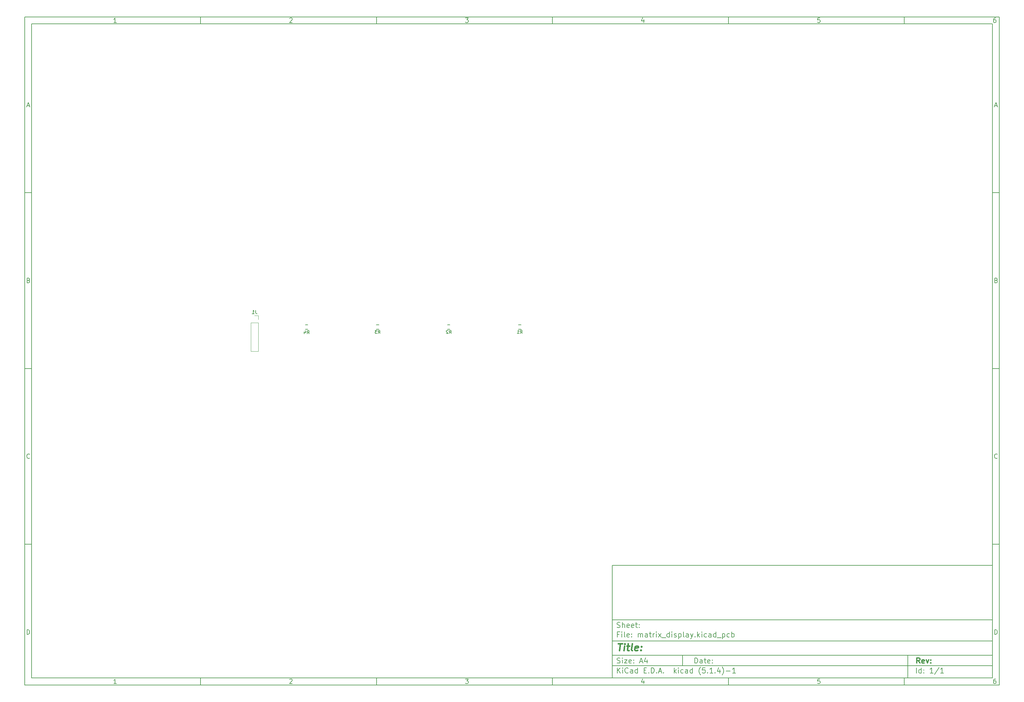
<source format=gbo>
G04 #@! TF.GenerationSoftware,KiCad,Pcbnew,(5.1.4)-1*
G04 #@! TF.CreationDate,2019-11-16T21:27:08+08:00*
G04 #@! TF.ProjectId,matrix_display,6d617472-6978-45f6-9469-73706c61792e,rev?*
G04 #@! TF.SameCoordinates,Original*
G04 #@! TF.FileFunction,Legend,Bot*
G04 #@! TF.FilePolarity,Positive*
%FSLAX46Y46*%
G04 Gerber Fmt 4.6, Leading zero omitted, Abs format (unit mm)*
G04 Created by KiCad (PCBNEW (5.1.4)-1) date 2019-11-16 21:27:08*
%MOMM*%
%LPD*%
G04 APERTURE LIST*
%ADD10C,0.150000*%
%ADD11C,0.300000*%
%ADD12C,0.400000*%
%ADD13C,0.120000*%
G04 APERTURE END LIST*
D10*
X177002200Y-166007200D02*
X177002200Y-198007200D01*
X285002200Y-198007200D01*
X285002200Y-166007200D01*
X177002200Y-166007200D01*
X10000000Y-10000000D02*
X10000000Y-200007200D01*
X287002200Y-200007200D01*
X287002200Y-10000000D01*
X10000000Y-10000000D01*
X12000000Y-12000000D02*
X12000000Y-198007200D01*
X285002200Y-198007200D01*
X285002200Y-12000000D01*
X12000000Y-12000000D01*
X60000000Y-12000000D02*
X60000000Y-10000000D01*
X110000000Y-12000000D02*
X110000000Y-10000000D01*
X160000000Y-12000000D02*
X160000000Y-10000000D01*
X210000000Y-12000000D02*
X210000000Y-10000000D01*
X260000000Y-12000000D02*
X260000000Y-10000000D01*
X36065476Y-11588095D02*
X35322619Y-11588095D01*
X35694047Y-11588095D02*
X35694047Y-10288095D01*
X35570238Y-10473809D01*
X35446428Y-10597619D01*
X35322619Y-10659523D01*
X85322619Y-10411904D02*
X85384523Y-10350000D01*
X85508333Y-10288095D01*
X85817857Y-10288095D01*
X85941666Y-10350000D01*
X86003571Y-10411904D01*
X86065476Y-10535714D01*
X86065476Y-10659523D01*
X86003571Y-10845238D01*
X85260714Y-11588095D01*
X86065476Y-11588095D01*
X135260714Y-10288095D02*
X136065476Y-10288095D01*
X135632142Y-10783333D01*
X135817857Y-10783333D01*
X135941666Y-10845238D01*
X136003571Y-10907142D01*
X136065476Y-11030952D01*
X136065476Y-11340476D01*
X136003571Y-11464285D01*
X135941666Y-11526190D01*
X135817857Y-11588095D01*
X135446428Y-11588095D01*
X135322619Y-11526190D01*
X135260714Y-11464285D01*
X185941666Y-10721428D02*
X185941666Y-11588095D01*
X185632142Y-10226190D02*
X185322619Y-11154761D01*
X186127380Y-11154761D01*
X236003571Y-10288095D02*
X235384523Y-10288095D01*
X235322619Y-10907142D01*
X235384523Y-10845238D01*
X235508333Y-10783333D01*
X235817857Y-10783333D01*
X235941666Y-10845238D01*
X236003571Y-10907142D01*
X236065476Y-11030952D01*
X236065476Y-11340476D01*
X236003571Y-11464285D01*
X235941666Y-11526190D01*
X235817857Y-11588095D01*
X235508333Y-11588095D01*
X235384523Y-11526190D01*
X235322619Y-11464285D01*
X285941666Y-10288095D02*
X285694047Y-10288095D01*
X285570238Y-10350000D01*
X285508333Y-10411904D01*
X285384523Y-10597619D01*
X285322619Y-10845238D01*
X285322619Y-11340476D01*
X285384523Y-11464285D01*
X285446428Y-11526190D01*
X285570238Y-11588095D01*
X285817857Y-11588095D01*
X285941666Y-11526190D01*
X286003571Y-11464285D01*
X286065476Y-11340476D01*
X286065476Y-11030952D01*
X286003571Y-10907142D01*
X285941666Y-10845238D01*
X285817857Y-10783333D01*
X285570238Y-10783333D01*
X285446428Y-10845238D01*
X285384523Y-10907142D01*
X285322619Y-11030952D01*
X60000000Y-198007200D02*
X60000000Y-200007200D01*
X110000000Y-198007200D02*
X110000000Y-200007200D01*
X160000000Y-198007200D02*
X160000000Y-200007200D01*
X210000000Y-198007200D02*
X210000000Y-200007200D01*
X260000000Y-198007200D02*
X260000000Y-200007200D01*
X36065476Y-199595295D02*
X35322619Y-199595295D01*
X35694047Y-199595295D02*
X35694047Y-198295295D01*
X35570238Y-198481009D01*
X35446428Y-198604819D01*
X35322619Y-198666723D01*
X85322619Y-198419104D02*
X85384523Y-198357200D01*
X85508333Y-198295295D01*
X85817857Y-198295295D01*
X85941666Y-198357200D01*
X86003571Y-198419104D01*
X86065476Y-198542914D01*
X86065476Y-198666723D01*
X86003571Y-198852438D01*
X85260714Y-199595295D01*
X86065476Y-199595295D01*
X135260714Y-198295295D02*
X136065476Y-198295295D01*
X135632142Y-198790533D01*
X135817857Y-198790533D01*
X135941666Y-198852438D01*
X136003571Y-198914342D01*
X136065476Y-199038152D01*
X136065476Y-199347676D01*
X136003571Y-199471485D01*
X135941666Y-199533390D01*
X135817857Y-199595295D01*
X135446428Y-199595295D01*
X135322619Y-199533390D01*
X135260714Y-199471485D01*
X185941666Y-198728628D02*
X185941666Y-199595295D01*
X185632142Y-198233390D02*
X185322619Y-199161961D01*
X186127380Y-199161961D01*
X236003571Y-198295295D02*
X235384523Y-198295295D01*
X235322619Y-198914342D01*
X235384523Y-198852438D01*
X235508333Y-198790533D01*
X235817857Y-198790533D01*
X235941666Y-198852438D01*
X236003571Y-198914342D01*
X236065476Y-199038152D01*
X236065476Y-199347676D01*
X236003571Y-199471485D01*
X235941666Y-199533390D01*
X235817857Y-199595295D01*
X235508333Y-199595295D01*
X235384523Y-199533390D01*
X235322619Y-199471485D01*
X285941666Y-198295295D02*
X285694047Y-198295295D01*
X285570238Y-198357200D01*
X285508333Y-198419104D01*
X285384523Y-198604819D01*
X285322619Y-198852438D01*
X285322619Y-199347676D01*
X285384523Y-199471485D01*
X285446428Y-199533390D01*
X285570238Y-199595295D01*
X285817857Y-199595295D01*
X285941666Y-199533390D01*
X286003571Y-199471485D01*
X286065476Y-199347676D01*
X286065476Y-199038152D01*
X286003571Y-198914342D01*
X285941666Y-198852438D01*
X285817857Y-198790533D01*
X285570238Y-198790533D01*
X285446428Y-198852438D01*
X285384523Y-198914342D01*
X285322619Y-199038152D01*
X10000000Y-60000000D02*
X12000000Y-60000000D01*
X10000000Y-110000000D02*
X12000000Y-110000000D01*
X10000000Y-160000000D02*
X12000000Y-160000000D01*
X10690476Y-35216666D02*
X11309523Y-35216666D01*
X10566666Y-35588095D02*
X11000000Y-34288095D01*
X11433333Y-35588095D01*
X11092857Y-84907142D02*
X11278571Y-84969047D01*
X11340476Y-85030952D01*
X11402380Y-85154761D01*
X11402380Y-85340476D01*
X11340476Y-85464285D01*
X11278571Y-85526190D01*
X11154761Y-85588095D01*
X10659523Y-85588095D01*
X10659523Y-84288095D01*
X11092857Y-84288095D01*
X11216666Y-84350000D01*
X11278571Y-84411904D01*
X11340476Y-84535714D01*
X11340476Y-84659523D01*
X11278571Y-84783333D01*
X11216666Y-84845238D01*
X11092857Y-84907142D01*
X10659523Y-84907142D01*
X11402380Y-135464285D02*
X11340476Y-135526190D01*
X11154761Y-135588095D01*
X11030952Y-135588095D01*
X10845238Y-135526190D01*
X10721428Y-135402380D01*
X10659523Y-135278571D01*
X10597619Y-135030952D01*
X10597619Y-134845238D01*
X10659523Y-134597619D01*
X10721428Y-134473809D01*
X10845238Y-134350000D01*
X11030952Y-134288095D01*
X11154761Y-134288095D01*
X11340476Y-134350000D01*
X11402380Y-134411904D01*
X10659523Y-185588095D02*
X10659523Y-184288095D01*
X10969047Y-184288095D01*
X11154761Y-184350000D01*
X11278571Y-184473809D01*
X11340476Y-184597619D01*
X11402380Y-184845238D01*
X11402380Y-185030952D01*
X11340476Y-185278571D01*
X11278571Y-185402380D01*
X11154761Y-185526190D01*
X10969047Y-185588095D01*
X10659523Y-185588095D01*
X287002200Y-60000000D02*
X285002200Y-60000000D01*
X287002200Y-110000000D02*
X285002200Y-110000000D01*
X287002200Y-160000000D02*
X285002200Y-160000000D01*
X285692676Y-35216666D02*
X286311723Y-35216666D01*
X285568866Y-35588095D02*
X286002200Y-34288095D01*
X286435533Y-35588095D01*
X286095057Y-84907142D02*
X286280771Y-84969047D01*
X286342676Y-85030952D01*
X286404580Y-85154761D01*
X286404580Y-85340476D01*
X286342676Y-85464285D01*
X286280771Y-85526190D01*
X286156961Y-85588095D01*
X285661723Y-85588095D01*
X285661723Y-84288095D01*
X286095057Y-84288095D01*
X286218866Y-84350000D01*
X286280771Y-84411904D01*
X286342676Y-84535714D01*
X286342676Y-84659523D01*
X286280771Y-84783333D01*
X286218866Y-84845238D01*
X286095057Y-84907142D01*
X285661723Y-84907142D01*
X286404580Y-135464285D02*
X286342676Y-135526190D01*
X286156961Y-135588095D01*
X286033152Y-135588095D01*
X285847438Y-135526190D01*
X285723628Y-135402380D01*
X285661723Y-135278571D01*
X285599819Y-135030952D01*
X285599819Y-134845238D01*
X285661723Y-134597619D01*
X285723628Y-134473809D01*
X285847438Y-134350000D01*
X286033152Y-134288095D01*
X286156961Y-134288095D01*
X286342676Y-134350000D01*
X286404580Y-134411904D01*
X285661723Y-185588095D02*
X285661723Y-184288095D01*
X285971247Y-184288095D01*
X286156961Y-184350000D01*
X286280771Y-184473809D01*
X286342676Y-184597619D01*
X286404580Y-184845238D01*
X286404580Y-185030952D01*
X286342676Y-185278571D01*
X286280771Y-185402380D01*
X286156961Y-185526190D01*
X285971247Y-185588095D01*
X285661723Y-185588095D01*
X200434342Y-193785771D02*
X200434342Y-192285771D01*
X200791485Y-192285771D01*
X201005771Y-192357200D01*
X201148628Y-192500057D01*
X201220057Y-192642914D01*
X201291485Y-192928628D01*
X201291485Y-193142914D01*
X201220057Y-193428628D01*
X201148628Y-193571485D01*
X201005771Y-193714342D01*
X200791485Y-193785771D01*
X200434342Y-193785771D01*
X202577200Y-193785771D02*
X202577200Y-193000057D01*
X202505771Y-192857200D01*
X202362914Y-192785771D01*
X202077200Y-192785771D01*
X201934342Y-192857200D01*
X202577200Y-193714342D02*
X202434342Y-193785771D01*
X202077200Y-193785771D01*
X201934342Y-193714342D01*
X201862914Y-193571485D01*
X201862914Y-193428628D01*
X201934342Y-193285771D01*
X202077200Y-193214342D01*
X202434342Y-193214342D01*
X202577200Y-193142914D01*
X203077200Y-192785771D02*
X203648628Y-192785771D01*
X203291485Y-192285771D02*
X203291485Y-193571485D01*
X203362914Y-193714342D01*
X203505771Y-193785771D01*
X203648628Y-193785771D01*
X204720057Y-193714342D02*
X204577200Y-193785771D01*
X204291485Y-193785771D01*
X204148628Y-193714342D01*
X204077200Y-193571485D01*
X204077200Y-193000057D01*
X204148628Y-192857200D01*
X204291485Y-192785771D01*
X204577200Y-192785771D01*
X204720057Y-192857200D01*
X204791485Y-193000057D01*
X204791485Y-193142914D01*
X204077200Y-193285771D01*
X205434342Y-193642914D02*
X205505771Y-193714342D01*
X205434342Y-193785771D01*
X205362914Y-193714342D01*
X205434342Y-193642914D01*
X205434342Y-193785771D01*
X205434342Y-192857200D02*
X205505771Y-192928628D01*
X205434342Y-193000057D01*
X205362914Y-192928628D01*
X205434342Y-192857200D01*
X205434342Y-193000057D01*
X177002200Y-194507200D02*
X285002200Y-194507200D01*
X178434342Y-196585771D02*
X178434342Y-195085771D01*
X179291485Y-196585771D02*
X178648628Y-195728628D01*
X179291485Y-195085771D02*
X178434342Y-195942914D01*
X179934342Y-196585771D02*
X179934342Y-195585771D01*
X179934342Y-195085771D02*
X179862914Y-195157200D01*
X179934342Y-195228628D01*
X180005771Y-195157200D01*
X179934342Y-195085771D01*
X179934342Y-195228628D01*
X181505771Y-196442914D02*
X181434342Y-196514342D01*
X181220057Y-196585771D01*
X181077200Y-196585771D01*
X180862914Y-196514342D01*
X180720057Y-196371485D01*
X180648628Y-196228628D01*
X180577200Y-195942914D01*
X180577200Y-195728628D01*
X180648628Y-195442914D01*
X180720057Y-195300057D01*
X180862914Y-195157200D01*
X181077200Y-195085771D01*
X181220057Y-195085771D01*
X181434342Y-195157200D01*
X181505771Y-195228628D01*
X182791485Y-196585771D02*
X182791485Y-195800057D01*
X182720057Y-195657200D01*
X182577200Y-195585771D01*
X182291485Y-195585771D01*
X182148628Y-195657200D01*
X182791485Y-196514342D02*
X182648628Y-196585771D01*
X182291485Y-196585771D01*
X182148628Y-196514342D01*
X182077200Y-196371485D01*
X182077200Y-196228628D01*
X182148628Y-196085771D01*
X182291485Y-196014342D01*
X182648628Y-196014342D01*
X182791485Y-195942914D01*
X184148628Y-196585771D02*
X184148628Y-195085771D01*
X184148628Y-196514342D02*
X184005771Y-196585771D01*
X183720057Y-196585771D01*
X183577200Y-196514342D01*
X183505771Y-196442914D01*
X183434342Y-196300057D01*
X183434342Y-195871485D01*
X183505771Y-195728628D01*
X183577200Y-195657200D01*
X183720057Y-195585771D01*
X184005771Y-195585771D01*
X184148628Y-195657200D01*
X186005771Y-195800057D02*
X186505771Y-195800057D01*
X186720057Y-196585771D02*
X186005771Y-196585771D01*
X186005771Y-195085771D01*
X186720057Y-195085771D01*
X187362914Y-196442914D02*
X187434342Y-196514342D01*
X187362914Y-196585771D01*
X187291485Y-196514342D01*
X187362914Y-196442914D01*
X187362914Y-196585771D01*
X188077200Y-196585771D02*
X188077200Y-195085771D01*
X188434342Y-195085771D01*
X188648628Y-195157200D01*
X188791485Y-195300057D01*
X188862914Y-195442914D01*
X188934342Y-195728628D01*
X188934342Y-195942914D01*
X188862914Y-196228628D01*
X188791485Y-196371485D01*
X188648628Y-196514342D01*
X188434342Y-196585771D01*
X188077200Y-196585771D01*
X189577200Y-196442914D02*
X189648628Y-196514342D01*
X189577200Y-196585771D01*
X189505771Y-196514342D01*
X189577200Y-196442914D01*
X189577200Y-196585771D01*
X190220057Y-196157200D02*
X190934342Y-196157200D01*
X190077200Y-196585771D02*
X190577200Y-195085771D01*
X191077200Y-196585771D01*
X191577200Y-196442914D02*
X191648628Y-196514342D01*
X191577200Y-196585771D01*
X191505771Y-196514342D01*
X191577200Y-196442914D01*
X191577200Y-196585771D01*
X194577200Y-196585771D02*
X194577200Y-195085771D01*
X194720057Y-196014342D02*
X195148628Y-196585771D01*
X195148628Y-195585771D02*
X194577200Y-196157200D01*
X195791485Y-196585771D02*
X195791485Y-195585771D01*
X195791485Y-195085771D02*
X195720057Y-195157200D01*
X195791485Y-195228628D01*
X195862914Y-195157200D01*
X195791485Y-195085771D01*
X195791485Y-195228628D01*
X197148628Y-196514342D02*
X197005771Y-196585771D01*
X196720057Y-196585771D01*
X196577200Y-196514342D01*
X196505771Y-196442914D01*
X196434342Y-196300057D01*
X196434342Y-195871485D01*
X196505771Y-195728628D01*
X196577200Y-195657200D01*
X196720057Y-195585771D01*
X197005771Y-195585771D01*
X197148628Y-195657200D01*
X198434342Y-196585771D02*
X198434342Y-195800057D01*
X198362914Y-195657200D01*
X198220057Y-195585771D01*
X197934342Y-195585771D01*
X197791485Y-195657200D01*
X198434342Y-196514342D02*
X198291485Y-196585771D01*
X197934342Y-196585771D01*
X197791485Y-196514342D01*
X197720057Y-196371485D01*
X197720057Y-196228628D01*
X197791485Y-196085771D01*
X197934342Y-196014342D01*
X198291485Y-196014342D01*
X198434342Y-195942914D01*
X199791485Y-196585771D02*
X199791485Y-195085771D01*
X199791485Y-196514342D02*
X199648628Y-196585771D01*
X199362914Y-196585771D01*
X199220057Y-196514342D01*
X199148628Y-196442914D01*
X199077200Y-196300057D01*
X199077200Y-195871485D01*
X199148628Y-195728628D01*
X199220057Y-195657200D01*
X199362914Y-195585771D01*
X199648628Y-195585771D01*
X199791485Y-195657200D01*
X202077200Y-197157200D02*
X202005771Y-197085771D01*
X201862914Y-196871485D01*
X201791485Y-196728628D01*
X201720057Y-196514342D01*
X201648628Y-196157200D01*
X201648628Y-195871485D01*
X201720057Y-195514342D01*
X201791485Y-195300057D01*
X201862914Y-195157200D01*
X202005771Y-194942914D01*
X202077200Y-194871485D01*
X203362914Y-195085771D02*
X202648628Y-195085771D01*
X202577200Y-195800057D01*
X202648628Y-195728628D01*
X202791485Y-195657200D01*
X203148628Y-195657200D01*
X203291485Y-195728628D01*
X203362914Y-195800057D01*
X203434342Y-195942914D01*
X203434342Y-196300057D01*
X203362914Y-196442914D01*
X203291485Y-196514342D01*
X203148628Y-196585771D01*
X202791485Y-196585771D01*
X202648628Y-196514342D01*
X202577200Y-196442914D01*
X204077200Y-196442914D02*
X204148628Y-196514342D01*
X204077200Y-196585771D01*
X204005771Y-196514342D01*
X204077200Y-196442914D01*
X204077200Y-196585771D01*
X205577200Y-196585771D02*
X204720057Y-196585771D01*
X205148628Y-196585771D02*
X205148628Y-195085771D01*
X205005771Y-195300057D01*
X204862914Y-195442914D01*
X204720057Y-195514342D01*
X206220057Y-196442914D02*
X206291485Y-196514342D01*
X206220057Y-196585771D01*
X206148628Y-196514342D01*
X206220057Y-196442914D01*
X206220057Y-196585771D01*
X207577200Y-195585771D02*
X207577200Y-196585771D01*
X207220057Y-195014342D02*
X206862914Y-196085771D01*
X207791485Y-196085771D01*
X208220057Y-197157200D02*
X208291485Y-197085771D01*
X208434342Y-196871485D01*
X208505771Y-196728628D01*
X208577200Y-196514342D01*
X208648628Y-196157200D01*
X208648628Y-195871485D01*
X208577200Y-195514342D01*
X208505771Y-195300057D01*
X208434342Y-195157200D01*
X208291485Y-194942914D01*
X208220057Y-194871485D01*
X209362914Y-196014342D02*
X210505771Y-196014342D01*
X212005771Y-196585771D02*
X211148628Y-196585771D01*
X211577200Y-196585771D02*
X211577200Y-195085771D01*
X211434342Y-195300057D01*
X211291485Y-195442914D01*
X211148628Y-195514342D01*
X177002200Y-191507200D02*
X285002200Y-191507200D01*
D11*
X264411485Y-193785771D02*
X263911485Y-193071485D01*
X263554342Y-193785771D02*
X263554342Y-192285771D01*
X264125771Y-192285771D01*
X264268628Y-192357200D01*
X264340057Y-192428628D01*
X264411485Y-192571485D01*
X264411485Y-192785771D01*
X264340057Y-192928628D01*
X264268628Y-193000057D01*
X264125771Y-193071485D01*
X263554342Y-193071485D01*
X265625771Y-193714342D02*
X265482914Y-193785771D01*
X265197200Y-193785771D01*
X265054342Y-193714342D01*
X264982914Y-193571485D01*
X264982914Y-193000057D01*
X265054342Y-192857200D01*
X265197200Y-192785771D01*
X265482914Y-192785771D01*
X265625771Y-192857200D01*
X265697200Y-193000057D01*
X265697200Y-193142914D01*
X264982914Y-193285771D01*
X266197200Y-192785771D02*
X266554342Y-193785771D01*
X266911485Y-192785771D01*
X267482914Y-193642914D02*
X267554342Y-193714342D01*
X267482914Y-193785771D01*
X267411485Y-193714342D01*
X267482914Y-193642914D01*
X267482914Y-193785771D01*
X267482914Y-192857200D02*
X267554342Y-192928628D01*
X267482914Y-193000057D01*
X267411485Y-192928628D01*
X267482914Y-192857200D01*
X267482914Y-193000057D01*
D10*
X178362914Y-193714342D02*
X178577200Y-193785771D01*
X178934342Y-193785771D01*
X179077200Y-193714342D01*
X179148628Y-193642914D01*
X179220057Y-193500057D01*
X179220057Y-193357200D01*
X179148628Y-193214342D01*
X179077200Y-193142914D01*
X178934342Y-193071485D01*
X178648628Y-193000057D01*
X178505771Y-192928628D01*
X178434342Y-192857200D01*
X178362914Y-192714342D01*
X178362914Y-192571485D01*
X178434342Y-192428628D01*
X178505771Y-192357200D01*
X178648628Y-192285771D01*
X179005771Y-192285771D01*
X179220057Y-192357200D01*
X179862914Y-193785771D02*
X179862914Y-192785771D01*
X179862914Y-192285771D02*
X179791485Y-192357200D01*
X179862914Y-192428628D01*
X179934342Y-192357200D01*
X179862914Y-192285771D01*
X179862914Y-192428628D01*
X180434342Y-192785771D02*
X181220057Y-192785771D01*
X180434342Y-193785771D01*
X181220057Y-193785771D01*
X182362914Y-193714342D02*
X182220057Y-193785771D01*
X181934342Y-193785771D01*
X181791485Y-193714342D01*
X181720057Y-193571485D01*
X181720057Y-193000057D01*
X181791485Y-192857200D01*
X181934342Y-192785771D01*
X182220057Y-192785771D01*
X182362914Y-192857200D01*
X182434342Y-193000057D01*
X182434342Y-193142914D01*
X181720057Y-193285771D01*
X183077200Y-193642914D02*
X183148628Y-193714342D01*
X183077200Y-193785771D01*
X183005771Y-193714342D01*
X183077200Y-193642914D01*
X183077200Y-193785771D01*
X183077200Y-192857200D02*
X183148628Y-192928628D01*
X183077200Y-193000057D01*
X183005771Y-192928628D01*
X183077200Y-192857200D01*
X183077200Y-193000057D01*
X184862914Y-193357200D02*
X185577200Y-193357200D01*
X184720057Y-193785771D02*
X185220057Y-192285771D01*
X185720057Y-193785771D01*
X186862914Y-192785771D02*
X186862914Y-193785771D01*
X186505771Y-192214342D02*
X186148628Y-193285771D01*
X187077200Y-193285771D01*
X263434342Y-196585771D02*
X263434342Y-195085771D01*
X264791485Y-196585771D02*
X264791485Y-195085771D01*
X264791485Y-196514342D02*
X264648628Y-196585771D01*
X264362914Y-196585771D01*
X264220057Y-196514342D01*
X264148628Y-196442914D01*
X264077200Y-196300057D01*
X264077200Y-195871485D01*
X264148628Y-195728628D01*
X264220057Y-195657200D01*
X264362914Y-195585771D01*
X264648628Y-195585771D01*
X264791485Y-195657200D01*
X265505771Y-196442914D02*
X265577200Y-196514342D01*
X265505771Y-196585771D01*
X265434342Y-196514342D01*
X265505771Y-196442914D01*
X265505771Y-196585771D01*
X265505771Y-195657200D02*
X265577200Y-195728628D01*
X265505771Y-195800057D01*
X265434342Y-195728628D01*
X265505771Y-195657200D01*
X265505771Y-195800057D01*
X268148628Y-196585771D02*
X267291485Y-196585771D01*
X267720057Y-196585771D02*
X267720057Y-195085771D01*
X267577200Y-195300057D01*
X267434342Y-195442914D01*
X267291485Y-195514342D01*
X269862914Y-195014342D02*
X268577200Y-196942914D01*
X271148628Y-196585771D02*
X270291485Y-196585771D01*
X270720057Y-196585771D02*
X270720057Y-195085771D01*
X270577200Y-195300057D01*
X270434342Y-195442914D01*
X270291485Y-195514342D01*
X177002200Y-187507200D02*
X285002200Y-187507200D01*
D12*
X178714580Y-188211961D02*
X179857438Y-188211961D01*
X179036009Y-190211961D02*
X179286009Y-188211961D01*
X180274104Y-190211961D02*
X180440771Y-188878628D01*
X180524104Y-188211961D02*
X180416961Y-188307200D01*
X180500295Y-188402438D01*
X180607438Y-188307200D01*
X180524104Y-188211961D01*
X180500295Y-188402438D01*
X181107438Y-188878628D02*
X181869342Y-188878628D01*
X181476485Y-188211961D02*
X181262200Y-189926247D01*
X181333628Y-190116723D01*
X181512200Y-190211961D01*
X181702676Y-190211961D01*
X182655057Y-190211961D02*
X182476485Y-190116723D01*
X182405057Y-189926247D01*
X182619342Y-188211961D01*
X184190771Y-190116723D02*
X183988390Y-190211961D01*
X183607438Y-190211961D01*
X183428866Y-190116723D01*
X183357438Y-189926247D01*
X183452676Y-189164342D01*
X183571723Y-188973866D01*
X183774104Y-188878628D01*
X184155057Y-188878628D01*
X184333628Y-188973866D01*
X184405057Y-189164342D01*
X184381247Y-189354819D01*
X183405057Y-189545295D01*
X185155057Y-190021485D02*
X185238390Y-190116723D01*
X185131247Y-190211961D01*
X185047914Y-190116723D01*
X185155057Y-190021485D01*
X185131247Y-190211961D01*
X185286009Y-188973866D02*
X185369342Y-189069104D01*
X185262200Y-189164342D01*
X185178866Y-189069104D01*
X185286009Y-188973866D01*
X185262200Y-189164342D01*
D10*
X178934342Y-185600057D02*
X178434342Y-185600057D01*
X178434342Y-186385771D02*
X178434342Y-184885771D01*
X179148628Y-184885771D01*
X179720057Y-186385771D02*
X179720057Y-185385771D01*
X179720057Y-184885771D02*
X179648628Y-184957200D01*
X179720057Y-185028628D01*
X179791485Y-184957200D01*
X179720057Y-184885771D01*
X179720057Y-185028628D01*
X180648628Y-186385771D02*
X180505771Y-186314342D01*
X180434342Y-186171485D01*
X180434342Y-184885771D01*
X181791485Y-186314342D02*
X181648628Y-186385771D01*
X181362914Y-186385771D01*
X181220057Y-186314342D01*
X181148628Y-186171485D01*
X181148628Y-185600057D01*
X181220057Y-185457200D01*
X181362914Y-185385771D01*
X181648628Y-185385771D01*
X181791485Y-185457200D01*
X181862914Y-185600057D01*
X181862914Y-185742914D01*
X181148628Y-185885771D01*
X182505771Y-186242914D02*
X182577200Y-186314342D01*
X182505771Y-186385771D01*
X182434342Y-186314342D01*
X182505771Y-186242914D01*
X182505771Y-186385771D01*
X182505771Y-185457200D02*
X182577200Y-185528628D01*
X182505771Y-185600057D01*
X182434342Y-185528628D01*
X182505771Y-185457200D01*
X182505771Y-185600057D01*
X184362914Y-186385771D02*
X184362914Y-185385771D01*
X184362914Y-185528628D02*
X184434342Y-185457200D01*
X184577200Y-185385771D01*
X184791485Y-185385771D01*
X184934342Y-185457200D01*
X185005771Y-185600057D01*
X185005771Y-186385771D01*
X185005771Y-185600057D02*
X185077200Y-185457200D01*
X185220057Y-185385771D01*
X185434342Y-185385771D01*
X185577200Y-185457200D01*
X185648628Y-185600057D01*
X185648628Y-186385771D01*
X187005771Y-186385771D02*
X187005771Y-185600057D01*
X186934342Y-185457200D01*
X186791485Y-185385771D01*
X186505771Y-185385771D01*
X186362914Y-185457200D01*
X187005771Y-186314342D02*
X186862914Y-186385771D01*
X186505771Y-186385771D01*
X186362914Y-186314342D01*
X186291485Y-186171485D01*
X186291485Y-186028628D01*
X186362914Y-185885771D01*
X186505771Y-185814342D01*
X186862914Y-185814342D01*
X187005771Y-185742914D01*
X187505771Y-185385771D02*
X188077200Y-185385771D01*
X187720057Y-184885771D02*
X187720057Y-186171485D01*
X187791485Y-186314342D01*
X187934342Y-186385771D01*
X188077200Y-186385771D01*
X188577200Y-186385771D02*
X188577200Y-185385771D01*
X188577200Y-185671485D02*
X188648628Y-185528628D01*
X188720057Y-185457200D01*
X188862914Y-185385771D01*
X189005771Y-185385771D01*
X189505771Y-186385771D02*
X189505771Y-185385771D01*
X189505771Y-184885771D02*
X189434342Y-184957200D01*
X189505771Y-185028628D01*
X189577200Y-184957200D01*
X189505771Y-184885771D01*
X189505771Y-185028628D01*
X190077200Y-186385771D02*
X190862914Y-185385771D01*
X190077200Y-185385771D02*
X190862914Y-186385771D01*
X191077200Y-186528628D02*
X192220057Y-186528628D01*
X193220057Y-186385771D02*
X193220057Y-184885771D01*
X193220057Y-186314342D02*
X193077200Y-186385771D01*
X192791485Y-186385771D01*
X192648628Y-186314342D01*
X192577200Y-186242914D01*
X192505771Y-186100057D01*
X192505771Y-185671485D01*
X192577200Y-185528628D01*
X192648628Y-185457200D01*
X192791485Y-185385771D01*
X193077200Y-185385771D01*
X193220057Y-185457200D01*
X193934342Y-186385771D02*
X193934342Y-185385771D01*
X193934342Y-184885771D02*
X193862914Y-184957200D01*
X193934342Y-185028628D01*
X194005771Y-184957200D01*
X193934342Y-184885771D01*
X193934342Y-185028628D01*
X194577200Y-186314342D02*
X194720057Y-186385771D01*
X195005771Y-186385771D01*
X195148628Y-186314342D01*
X195220057Y-186171485D01*
X195220057Y-186100057D01*
X195148628Y-185957200D01*
X195005771Y-185885771D01*
X194791485Y-185885771D01*
X194648628Y-185814342D01*
X194577200Y-185671485D01*
X194577200Y-185600057D01*
X194648628Y-185457200D01*
X194791485Y-185385771D01*
X195005771Y-185385771D01*
X195148628Y-185457200D01*
X195862914Y-185385771D02*
X195862914Y-186885771D01*
X195862914Y-185457200D02*
X196005771Y-185385771D01*
X196291485Y-185385771D01*
X196434342Y-185457200D01*
X196505771Y-185528628D01*
X196577200Y-185671485D01*
X196577200Y-186100057D01*
X196505771Y-186242914D01*
X196434342Y-186314342D01*
X196291485Y-186385771D01*
X196005771Y-186385771D01*
X195862914Y-186314342D01*
X197434342Y-186385771D02*
X197291485Y-186314342D01*
X197220057Y-186171485D01*
X197220057Y-184885771D01*
X198648628Y-186385771D02*
X198648628Y-185600057D01*
X198577200Y-185457200D01*
X198434342Y-185385771D01*
X198148628Y-185385771D01*
X198005771Y-185457200D01*
X198648628Y-186314342D02*
X198505771Y-186385771D01*
X198148628Y-186385771D01*
X198005771Y-186314342D01*
X197934342Y-186171485D01*
X197934342Y-186028628D01*
X198005771Y-185885771D01*
X198148628Y-185814342D01*
X198505771Y-185814342D01*
X198648628Y-185742914D01*
X199220057Y-185385771D02*
X199577200Y-186385771D01*
X199934342Y-185385771D02*
X199577200Y-186385771D01*
X199434342Y-186742914D01*
X199362914Y-186814342D01*
X199220057Y-186885771D01*
X200505771Y-186242914D02*
X200577200Y-186314342D01*
X200505771Y-186385771D01*
X200434342Y-186314342D01*
X200505771Y-186242914D01*
X200505771Y-186385771D01*
X201220057Y-186385771D02*
X201220057Y-184885771D01*
X201362914Y-185814342D02*
X201791485Y-186385771D01*
X201791485Y-185385771D02*
X201220057Y-185957200D01*
X202434342Y-186385771D02*
X202434342Y-185385771D01*
X202434342Y-184885771D02*
X202362914Y-184957200D01*
X202434342Y-185028628D01*
X202505771Y-184957200D01*
X202434342Y-184885771D01*
X202434342Y-185028628D01*
X203791485Y-186314342D02*
X203648628Y-186385771D01*
X203362914Y-186385771D01*
X203220057Y-186314342D01*
X203148628Y-186242914D01*
X203077200Y-186100057D01*
X203077200Y-185671485D01*
X203148628Y-185528628D01*
X203220057Y-185457200D01*
X203362914Y-185385771D01*
X203648628Y-185385771D01*
X203791485Y-185457200D01*
X205077200Y-186385771D02*
X205077200Y-185600057D01*
X205005771Y-185457200D01*
X204862914Y-185385771D01*
X204577200Y-185385771D01*
X204434342Y-185457200D01*
X205077200Y-186314342D02*
X204934342Y-186385771D01*
X204577200Y-186385771D01*
X204434342Y-186314342D01*
X204362914Y-186171485D01*
X204362914Y-186028628D01*
X204434342Y-185885771D01*
X204577200Y-185814342D01*
X204934342Y-185814342D01*
X205077200Y-185742914D01*
X206434342Y-186385771D02*
X206434342Y-184885771D01*
X206434342Y-186314342D02*
X206291485Y-186385771D01*
X206005771Y-186385771D01*
X205862914Y-186314342D01*
X205791485Y-186242914D01*
X205720057Y-186100057D01*
X205720057Y-185671485D01*
X205791485Y-185528628D01*
X205862914Y-185457200D01*
X206005771Y-185385771D01*
X206291485Y-185385771D01*
X206434342Y-185457200D01*
X206791485Y-186528628D02*
X207934342Y-186528628D01*
X208291485Y-185385771D02*
X208291485Y-186885771D01*
X208291485Y-185457200D02*
X208434342Y-185385771D01*
X208720057Y-185385771D01*
X208862914Y-185457200D01*
X208934342Y-185528628D01*
X209005771Y-185671485D01*
X209005771Y-186100057D01*
X208934342Y-186242914D01*
X208862914Y-186314342D01*
X208720057Y-186385771D01*
X208434342Y-186385771D01*
X208291485Y-186314342D01*
X210291485Y-186314342D02*
X210148628Y-186385771D01*
X209862914Y-186385771D01*
X209720057Y-186314342D01*
X209648628Y-186242914D01*
X209577200Y-186100057D01*
X209577200Y-185671485D01*
X209648628Y-185528628D01*
X209720057Y-185457200D01*
X209862914Y-185385771D01*
X210148628Y-185385771D01*
X210291485Y-185457200D01*
X210934342Y-186385771D02*
X210934342Y-184885771D01*
X210934342Y-185457200D02*
X211077200Y-185385771D01*
X211362914Y-185385771D01*
X211505771Y-185457200D01*
X211577200Y-185528628D01*
X211648628Y-185671485D01*
X211648628Y-186100057D01*
X211577200Y-186242914D01*
X211505771Y-186314342D01*
X211362914Y-186385771D01*
X211077200Y-186385771D01*
X210934342Y-186314342D01*
X177002200Y-181507200D02*
X285002200Y-181507200D01*
X178362914Y-183614342D02*
X178577200Y-183685771D01*
X178934342Y-183685771D01*
X179077200Y-183614342D01*
X179148628Y-183542914D01*
X179220057Y-183400057D01*
X179220057Y-183257200D01*
X179148628Y-183114342D01*
X179077200Y-183042914D01*
X178934342Y-182971485D01*
X178648628Y-182900057D01*
X178505771Y-182828628D01*
X178434342Y-182757200D01*
X178362914Y-182614342D01*
X178362914Y-182471485D01*
X178434342Y-182328628D01*
X178505771Y-182257200D01*
X178648628Y-182185771D01*
X179005771Y-182185771D01*
X179220057Y-182257200D01*
X179862914Y-183685771D02*
X179862914Y-182185771D01*
X180505771Y-183685771D02*
X180505771Y-182900057D01*
X180434342Y-182757200D01*
X180291485Y-182685771D01*
X180077200Y-182685771D01*
X179934342Y-182757200D01*
X179862914Y-182828628D01*
X181791485Y-183614342D02*
X181648628Y-183685771D01*
X181362914Y-183685771D01*
X181220057Y-183614342D01*
X181148628Y-183471485D01*
X181148628Y-182900057D01*
X181220057Y-182757200D01*
X181362914Y-182685771D01*
X181648628Y-182685771D01*
X181791485Y-182757200D01*
X181862914Y-182900057D01*
X181862914Y-183042914D01*
X181148628Y-183185771D01*
X183077200Y-183614342D02*
X182934342Y-183685771D01*
X182648628Y-183685771D01*
X182505771Y-183614342D01*
X182434342Y-183471485D01*
X182434342Y-182900057D01*
X182505771Y-182757200D01*
X182648628Y-182685771D01*
X182934342Y-182685771D01*
X183077200Y-182757200D01*
X183148628Y-182900057D01*
X183148628Y-183042914D01*
X182434342Y-183185771D01*
X183577200Y-182685771D02*
X184148628Y-182685771D01*
X183791485Y-182185771D02*
X183791485Y-183471485D01*
X183862914Y-183614342D01*
X184005771Y-183685771D01*
X184148628Y-183685771D01*
X184648628Y-183542914D02*
X184720057Y-183614342D01*
X184648628Y-183685771D01*
X184577200Y-183614342D01*
X184648628Y-183542914D01*
X184648628Y-183685771D01*
X184648628Y-182757200D02*
X184720057Y-182828628D01*
X184648628Y-182900057D01*
X184577200Y-182828628D01*
X184648628Y-182757200D01*
X184648628Y-182900057D01*
X197002200Y-191507200D02*
X197002200Y-194507200D01*
X261002200Y-191507200D02*
X261002200Y-198007200D01*
D13*
X76380000Y-94940000D02*
X75320000Y-94940000D01*
X76380000Y-96000000D02*
X76380000Y-94940000D01*
X76380000Y-97000000D02*
X74260000Y-97000000D01*
X74260000Y-97000000D02*
X74260000Y-105060000D01*
X76380000Y-97000000D02*
X76380000Y-105060000D01*
X76380000Y-105060000D02*
X74260000Y-105060000D01*
D10*
X151050000Y-97600000D02*
X150350000Y-97600000D01*
X150350000Y-98800000D02*
X151050000Y-98800000D01*
X130150000Y-98800000D02*
X130850000Y-98800000D01*
X130850000Y-97600000D02*
X130150000Y-97600000D01*
X110650000Y-97600000D02*
X109950000Y-97600000D01*
X109950000Y-98800000D02*
X110650000Y-98800000D01*
X89750000Y-98800000D02*
X90450000Y-98800000D01*
X90450000Y-97600000D02*
X89750000Y-97600000D01*
X75653333Y-93392380D02*
X75653333Y-94106666D01*
X75700952Y-94249523D01*
X75796190Y-94344761D01*
X75939047Y-94392380D01*
X76034285Y-94392380D01*
X74653333Y-94392380D02*
X75224761Y-94392380D01*
X74939047Y-94392380D02*
X74939047Y-93392380D01*
X75034285Y-93535238D01*
X75129523Y-93630476D01*
X75224761Y-93678095D01*
X150850000Y-100007142D02*
X151150000Y-99578571D01*
X151364285Y-100007142D02*
X151364285Y-99107142D01*
X151021428Y-99107142D01*
X150935714Y-99150000D01*
X150892857Y-99192857D01*
X150850000Y-99278571D01*
X150850000Y-99407142D01*
X150892857Y-99492857D01*
X150935714Y-99535714D01*
X151021428Y-99578571D01*
X151364285Y-99578571D01*
X149992857Y-100007142D02*
X150507142Y-100007142D01*
X150250000Y-100007142D02*
X150250000Y-99107142D01*
X150335714Y-99235714D01*
X150421428Y-99321428D01*
X150507142Y-99364285D01*
X130660000Y-100047142D02*
X130960000Y-99618571D01*
X131174285Y-100047142D02*
X131174285Y-99147142D01*
X130831428Y-99147142D01*
X130745714Y-99190000D01*
X130702857Y-99232857D01*
X130660000Y-99318571D01*
X130660000Y-99447142D01*
X130702857Y-99532857D01*
X130745714Y-99575714D01*
X130831428Y-99618571D01*
X131174285Y-99618571D01*
X130317142Y-99232857D02*
X130274285Y-99190000D01*
X130188571Y-99147142D01*
X129974285Y-99147142D01*
X129888571Y-99190000D01*
X129845714Y-99232857D01*
X129802857Y-99318571D01*
X129802857Y-99404285D01*
X129845714Y-99532857D01*
X130360000Y-100047142D01*
X129802857Y-100047142D01*
X110450000Y-100047142D02*
X110750000Y-99618571D01*
X110964285Y-100047142D02*
X110964285Y-99147142D01*
X110621428Y-99147142D01*
X110535714Y-99190000D01*
X110492857Y-99232857D01*
X110450000Y-99318571D01*
X110450000Y-99447142D01*
X110492857Y-99532857D01*
X110535714Y-99575714D01*
X110621428Y-99618571D01*
X110964285Y-99618571D01*
X110150000Y-99147142D02*
X109592857Y-99147142D01*
X109892857Y-99490000D01*
X109764285Y-99490000D01*
X109678571Y-99532857D01*
X109635714Y-99575714D01*
X109592857Y-99661428D01*
X109592857Y-99875714D01*
X109635714Y-99961428D01*
X109678571Y-100004285D01*
X109764285Y-100047142D01*
X110021428Y-100047142D01*
X110107142Y-100004285D01*
X110150000Y-99961428D01*
X90250000Y-100087142D02*
X90550000Y-99658571D01*
X90764285Y-100087142D02*
X90764285Y-99187142D01*
X90421428Y-99187142D01*
X90335714Y-99230000D01*
X90292857Y-99272857D01*
X90250000Y-99358571D01*
X90250000Y-99487142D01*
X90292857Y-99572857D01*
X90335714Y-99615714D01*
X90421428Y-99658571D01*
X90764285Y-99658571D01*
X89478571Y-99487142D02*
X89478571Y-100087142D01*
X89692857Y-99144285D02*
X89907142Y-99787142D01*
X89350000Y-99787142D01*
M02*

</source>
